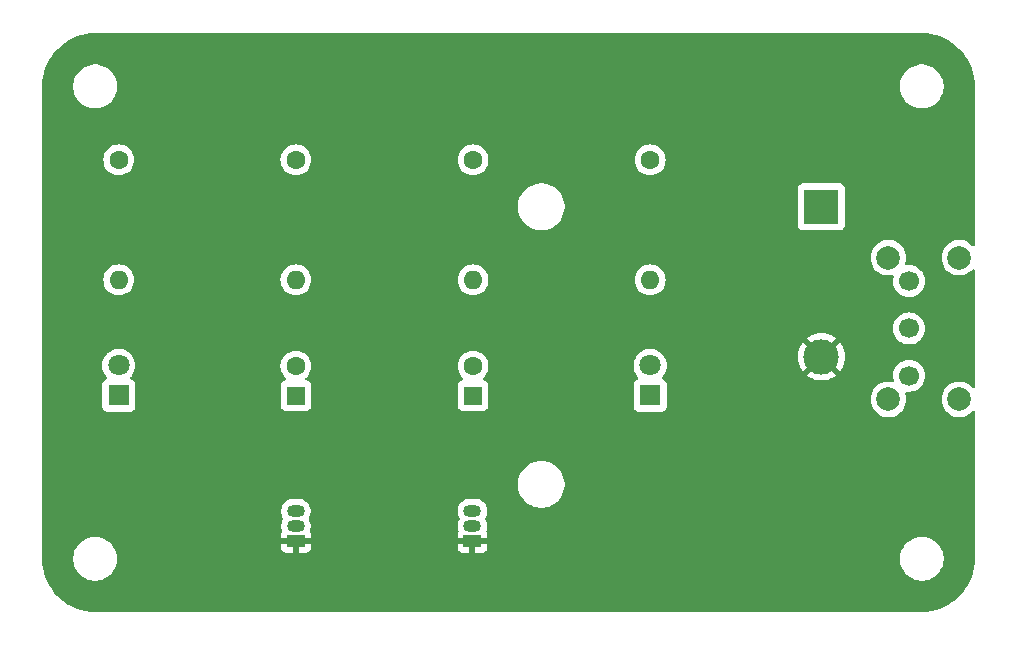
<source format=gbl>
%TF.GenerationSoftware,KiCad,Pcbnew,8.0.0*%
%TF.CreationDate,2024-07-24T00:08:36-04:00*%
%TF.ProjectId,led_blinky,6c65645f-626c-4696-9e6b-792e6b696361,rev?*%
%TF.SameCoordinates,Original*%
%TF.FileFunction,Copper,L2,Bot*%
%TF.FilePolarity,Positive*%
%FSLAX46Y46*%
G04 Gerber Fmt 4.6, Leading zero omitted, Abs format (unit mm)*
G04 Created by KiCad (PCBNEW 8.0.0) date 2024-07-24 00:08:36*
%MOMM*%
%LPD*%
G01*
G04 APERTURE LIST*
%TA.AperFunction,ComponentPad*%
%ADD10C,1.700000*%
%TD*%
%TA.AperFunction,ComponentPad*%
%ADD11C,2.000000*%
%TD*%
%TA.AperFunction,ComponentPad*%
%ADD12R,1.500000X1.050000*%
%TD*%
%TA.AperFunction,ComponentPad*%
%ADD13O,1.500000X1.050000*%
%TD*%
%TA.AperFunction,ComponentPad*%
%ADD14C,1.800000*%
%TD*%
%TA.AperFunction,ComponentPad*%
%ADD15R,1.800000X1.800000*%
%TD*%
%TA.AperFunction,ComponentPad*%
%ADD16R,1.600000X1.600000*%
%TD*%
%TA.AperFunction,ComponentPad*%
%ADD17C,1.600000*%
%TD*%
%TA.AperFunction,ComponentPad*%
%ADD18O,1.600000X1.600000*%
%TD*%
%TA.AperFunction,ComponentPad*%
%ADD19C,3.000000*%
%TD*%
%TA.AperFunction,ComponentPad*%
%ADD20R,3.000000X3.000000*%
%TD*%
G04 APERTURE END LIST*
D10*
%TO.P,SW1,3,C*%
%TO.N,unconnected-(SW1-C-Pad3)*%
X223925000Y-71500000D03*
%TO.P,SW1,2,B*%
%TO.N,VCC*%
X223925000Y-75500000D03*
%TO.P,SW1,1,A*%
%TO.N,Net-(BT1-+)*%
X223925000Y-79500000D03*
D11*
%TO.P,SW1,*%
%TO.N,*%
X228175000Y-69500000D03*
X222175000Y-69500000D03*
X228175000Y-81500000D03*
X222175000Y-81500000D03*
%TD*%
D12*
%TO.P,Q1,1,E*%
%TO.N,GND*%
X186950000Y-93500000D03*
D13*
%TO.P,Q1,2,B*%
%TO.N,Net-(Q1-B)*%
X186950000Y-92230000D03*
%TO.P,Q1,3,C*%
%TO.N,Net-(D1-K)*%
X186950000Y-90960000D03*
%TD*%
D12*
%TO.P,Q2,1,E*%
%TO.N,GND*%
X172000000Y-93500000D03*
D13*
%TO.P,Q2,2,B*%
%TO.N,Net-(Q2-B)*%
X172000000Y-92230000D03*
%TO.P,Q2,3,C*%
%TO.N,Net-(D2-K)*%
X172000000Y-90960000D03*
%TD*%
D14*
%TO.P,D1,2,A*%
%TO.N,Net-(D1-A)*%
X202000000Y-78635000D03*
D15*
%TO.P,D1,1,K*%
%TO.N,Net-(D1-K)*%
X202000000Y-81175000D03*
%TD*%
D16*
%TO.P,C2,1*%
%TO.N,Net-(D2-K)*%
X172000000Y-81182380D03*
D17*
%TO.P,C2,2*%
%TO.N,Net-(Q1-B)*%
X172000000Y-78682380D03*
%TD*%
D18*
%TO.P,R2,2*%
%TO.N,Net-(Q2-B)*%
X187000000Y-71380000D03*
D17*
%TO.P,R2,1*%
%TO.N,VCC*%
X187000000Y-61220000D03*
%TD*%
D15*
%TO.P,D2,1,K*%
%TO.N,Net-(D2-K)*%
X157000000Y-81175000D03*
D14*
%TO.P,D2,2,A*%
%TO.N,Net-(D2-A)*%
X157000000Y-78635000D03*
%TD*%
D18*
%TO.P,R1,2*%
%TO.N,Net-(D1-A)*%
X202000000Y-71380000D03*
D17*
%TO.P,R1,1*%
%TO.N,VCC*%
X202000000Y-61220000D03*
%TD*%
D18*
%TO.P,R4,2*%
%TO.N,Net-(D2-A)*%
X157000000Y-71380000D03*
D17*
%TO.P,R4,1*%
%TO.N,VCC*%
X157000000Y-61220000D03*
%TD*%
D16*
%TO.P,C1,1*%
%TO.N,Net-(D1-K)*%
X187000000Y-81182379D03*
D17*
%TO.P,C1,2*%
%TO.N,Net-(Q2-B)*%
X187000000Y-78682379D03*
%TD*%
%TO.P,R3,1*%
%TO.N,VCC*%
X172000000Y-61220000D03*
D18*
%TO.P,R3,2*%
%TO.N,Net-(Q1-B)*%
X172000000Y-71380000D03*
%TD*%
D19*
%TO.P,BT1,2,-*%
%TO.N,GND*%
X216500000Y-77900000D03*
D20*
%TO.P,BT1,1,+*%
%TO.N,Net-(BT1-+)*%
X216500000Y-65200000D03*
%TD*%
%TA.AperFunction,Conductor*%
%TO.N,GND*%
G36*
X225002702Y-50500617D02*
G01*
X225386771Y-50517386D01*
X225397506Y-50518326D01*
X225775971Y-50568152D01*
X225786597Y-50570025D01*
X226159284Y-50652648D01*
X226169710Y-50655442D01*
X226533765Y-50770227D01*
X226543911Y-50773920D01*
X226896578Y-50920000D01*
X226906369Y-50924566D01*
X227244942Y-51100816D01*
X227254310Y-51106224D01*
X227576244Y-51311318D01*
X227585105Y-51317523D01*
X227887930Y-51549889D01*
X227896217Y-51556843D01*
X228177635Y-51814715D01*
X228185284Y-51822364D01*
X228443156Y-52103782D01*
X228450110Y-52112069D01*
X228682476Y-52414894D01*
X228688681Y-52423755D01*
X228893775Y-52745689D01*
X228899183Y-52755057D01*
X229075430Y-53093623D01*
X229080002Y-53103427D01*
X229226075Y-53456078D01*
X229229775Y-53466244D01*
X229344554Y-53830278D01*
X229347354Y-53840727D01*
X229429971Y-54213389D01*
X229431849Y-54224042D01*
X229481671Y-54602473D01*
X229482614Y-54613249D01*
X229499382Y-54997297D01*
X229499500Y-55002706D01*
X229499500Y-68405530D01*
X229479815Y-68472569D01*
X229427011Y-68518324D01*
X229357853Y-68528268D01*
X229294297Y-68499243D01*
X229284271Y-68489513D01*
X229194747Y-68392265D01*
X229194744Y-68392262D01*
X228998506Y-68239524D01*
X228779811Y-68121172D01*
X228779802Y-68121169D01*
X228544616Y-68040429D01*
X228299335Y-67999500D01*
X228050665Y-67999500D01*
X227805383Y-68040429D01*
X227570197Y-68121169D01*
X227570188Y-68121172D01*
X227351493Y-68239524D01*
X227155257Y-68392261D01*
X226986833Y-68575217D01*
X226850826Y-68783393D01*
X226750936Y-69011118D01*
X226689892Y-69252175D01*
X226689890Y-69252187D01*
X226669357Y-69499994D01*
X226669357Y-69500005D01*
X226689890Y-69747812D01*
X226689892Y-69747824D01*
X226750936Y-69988881D01*
X226850826Y-70216606D01*
X226986833Y-70424782D01*
X226986836Y-70424785D01*
X227155256Y-70607738D01*
X227351491Y-70760474D01*
X227570190Y-70878828D01*
X227805386Y-70959571D01*
X228050665Y-71000500D01*
X228299335Y-71000500D01*
X228544614Y-70959571D01*
X228779810Y-70878828D01*
X228998509Y-70760474D01*
X229194744Y-70607738D01*
X229284271Y-70510485D01*
X229344157Y-70474496D01*
X229413995Y-70476596D01*
X229471611Y-70516120D01*
X229498713Y-70580519D01*
X229499500Y-70594469D01*
X229499500Y-80405530D01*
X229479815Y-80472569D01*
X229427011Y-80518324D01*
X229357853Y-80528268D01*
X229294297Y-80499243D01*
X229284271Y-80489513D01*
X229194747Y-80392265D01*
X229194744Y-80392262D01*
X229120525Y-80334495D01*
X228998509Y-80239526D01*
X228998507Y-80239525D01*
X228998506Y-80239524D01*
X228779811Y-80121172D01*
X228779802Y-80121169D01*
X228544616Y-80040429D01*
X228299335Y-79999500D01*
X228050665Y-79999500D01*
X227805383Y-80040429D01*
X227570197Y-80121169D01*
X227570188Y-80121172D01*
X227351493Y-80239524D01*
X227155257Y-80392261D01*
X226986833Y-80575217D01*
X226850826Y-80783393D01*
X226750936Y-81011118D01*
X226689892Y-81252175D01*
X226689890Y-81252187D01*
X226669357Y-81499994D01*
X226669357Y-81500005D01*
X226689890Y-81747812D01*
X226689892Y-81747824D01*
X226750936Y-81988881D01*
X226850826Y-82216606D01*
X226986833Y-82424782D01*
X226993980Y-82432546D01*
X227155256Y-82607738D01*
X227351491Y-82760474D01*
X227570190Y-82878828D01*
X227805386Y-82959571D01*
X228050665Y-83000500D01*
X228299335Y-83000500D01*
X228544614Y-82959571D01*
X228779810Y-82878828D01*
X228998509Y-82760474D01*
X229194744Y-82607738D01*
X229284271Y-82510485D01*
X229344157Y-82474496D01*
X229413995Y-82476596D01*
X229471611Y-82516120D01*
X229498713Y-82580519D01*
X229499500Y-82594469D01*
X229499500Y-94997293D01*
X229499382Y-95002702D01*
X229482614Y-95386750D01*
X229481671Y-95397526D01*
X229431849Y-95775957D01*
X229429971Y-95786610D01*
X229347354Y-96159272D01*
X229344554Y-96169721D01*
X229229775Y-96533755D01*
X229226075Y-96543921D01*
X229080002Y-96896572D01*
X229075430Y-96906376D01*
X228899183Y-97244942D01*
X228893775Y-97254310D01*
X228688681Y-97576244D01*
X228682476Y-97585105D01*
X228450110Y-97887930D01*
X228443156Y-97896217D01*
X228185284Y-98177635D01*
X228177635Y-98185284D01*
X227896217Y-98443156D01*
X227887930Y-98450110D01*
X227585105Y-98682476D01*
X227576244Y-98688681D01*
X227254310Y-98893775D01*
X227244942Y-98899183D01*
X226906376Y-99075430D01*
X226896572Y-99080002D01*
X226543921Y-99226075D01*
X226533755Y-99229775D01*
X226169721Y-99344554D01*
X226159272Y-99347354D01*
X225786610Y-99429971D01*
X225775957Y-99431849D01*
X225397526Y-99481671D01*
X225386750Y-99482614D01*
X225002703Y-99499382D01*
X224997294Y-99499500D01*
X155002706Y-99499500D01*
X154997297Y-99499382D01*
X154613249Y-99482614D01*
X154602473Y-99481671D01*
X154224042Y-99431849D01*
X154213389Y-99429971D01*
X153840727Y-99347354D01*
X153830278Y-99344554D01*
X153466244Y-99229775D01*
X153456078Y-99226075D01*
X153103427Y-99080002D01*
X153093623Y-99075430D01*
X152755057Y-98899183D01*
X152745689Y-98893775D01*
X152423755Y-98688681D01*
X152414894Y-98682476D01*
X152112069Y-98450110D01*
X152103782Y-98443156D01*
X151822364Y-98185284D01*
X151814715Y-98177635D01*
X151556843Y-97896217D01*
X151549889Y-97887930D01*
X151317523Y-97585105D01*
X151311318Y-97576244D01*
X151106224Y-97254310D01*
X151100816Y-97244942D01*
X150924569Y-96906376D01*
X150919997Y-96896572D01*
X150773920Y-96543911D01*
X150770224Y-96533755D01*
X150655442Y-96169710D01*
X150652648Y-96159284D01*
X150570025Y-95786597D01*
X150568152Y-95775971D01*
X150518326Y-95397506D01*
X150517386Y-95386771D01*
X150505795Y-95121288D01*
X153149500Y-95121288D01*
X153181161Y-95361785D01*
X153243947Y-95596104D01*
X153336773Y-95820205D01*
X153336776Y-95820212D01*
X153458064Y-96030289D01*
X153458066Y-96030292D01*
X153458067Y-96030293D01*
X153605733Y-96222736D01*
X153605739Y-96222743D01*
X153777256Y-96394260D01*
X153777262Y-96394265D01*
X153969711Y-96541936D01*
X154179788Y-96663224D01*
X154403900Y-96756054D01*
X154638211Y-96818838D01*
X154818586Y-96842584D01*
X154878711Y-96850500D01*
X154878712Y-96850500D01*
X155121289Y-96850500D01*
X155169388Y-96844167D01*
X155361789Y-96818838D01*
X155596100Y-96756054D01*
X155820212Y-96663224D01*
X156030289Y-96541936D01*
X156222738Y-96394265D01*
X156394265Y-96222738D01*
X156541936Y-96030289D01*
X156663224Y-95820212D01*
X156756054Y-95596100D01*
X156818838Y-95361789D01*
X156850500Y-95121288D01*
X223149500Y-95121288D01*
X223181161Y-95361785D01*
X223243947Y-95596104D01*
X223336773Y-95820205D01*
X223336776Y-95820212D01*
X223458064Y-96030289D01*
X223458066Y-96030292D01*
X223458067Y-96030293D01*
X223605733Y-96222736D01*
X223605739Y-96222743D01*
X223777256Y-96394260D01*
X223777262Y-96394265D01*
X223969711Y-96541936D01*
X224179788Y-96663224D01*
X224403900Y-96756054D01*
X224638211Y-96818838D01*
X224818586Y-96842584D01*
X224878711Y-96850500D01*
X224878712Y-96850500D01*
X225121289Y-96850500D01*
X225169388Y-96844167D01*
X225361789Y-96818838D01*
X225596100Y-96756054D01*
X225820212Y-96663224D01*
X226030289Y-96541936D01*
X226222738Y-96394265D01*
X226394265Y-96222738D01*
X226541936Y-96030289D01*
X226663224Y-95820212D01*
X226756054Y-95596100D01*
X226818838Y-95361789D01*
X226850500Y-95121288D01*
X226850500Y-94878712D01*
X226818838Y-94638211D01*
X226756054Y-94403900D01*
X226663224Y-94179788D01*
X226541936Y-93969711D01*
X226394265Y-93777262D01*
X226394260Y-93777256D01*
X226222743Y-93605739D01*
X226222736Y-93605733D01*
X226030293Y-93458067D01*
X226030292Y-93458066D01*
X226030289Y-93458064D01*
X225820212Y-93336776D01*
X225820205Y-93336773D01*
X225596104Y-93243947D01*
X225361785Y-93181161D01*
X225121289Y-93149500D01*
X225121288Y-93149500D01*
X224878712Y-93149500D01*
X224878711Y-93149500D01*
X224638214Y-93181161D01*
X224403895Y-93243947D01*
X224179794Y-93336773D01*
X224179785Y-93336777D01*
X223969706Y-93458067D01*
X223777263Y-93605733D01*
X223777256Y-93605739D01*
X223605739Y-93777256D01*
X223605733Y-93777263D01*
X223458067Y-93969706D01*
X223336777Y-94179785D01*
X223336773Y-94179794D01*
X223243947Y-94403895D01*
X223181161Y-94638214D01*
X223149500Y-94878711D01*
X223149500Y-95121288D01*
X156850500Y-95121288D01*
X156850500Y-94878712D01*
X156818838Y-94638211D01*
X156756054Y-94403900D01*
X156663224Y-94179788D01*
X156541936Y-93969711D01*
X156394265Y-93777262D01*
X156394260Y-93777256D01*
X156222743Y-93605739D01*
X156222736Y-93605733D01*
X156030293Y-93458067D01*
X156030292Y-93458066D01*
X156030289Y-93458064D01*
X155820212Y-93336776D01*
X155820205Y-93336773D01*
X155596104Y-93243947D01*
X155361785Y-93181161D01*
X155121289Y-93149500D01*
X155121288Y-93149500D01*
X154878712Y-93149500D01*
X154878711Y-93149500D01*
X154638214Y-93181161D01*
X154403895Y-93243947D01*
X154179794Y-93336773D01*
X154179785Y-93336777D01*
X153969706Y-93458067D01*
X153777263Y-93605733D01*
X153777256Y-93605739D01*
X153605739Y-93777256D01*
X153605733Y-93777263D01*
X153458067Y-93969706D01*
X153336777Y-94179785D01*
X153336773Y-94179794D01*
X153243947Y-94403895D01*
X153181161Y-94638214D01*
X153149500Y-94878711D01*
X153149500Y-95121288D01*
X150505795Y-95121288D01*
X150500618Y-95002702D01*
X150500500Y-94997293D01*
X150500500Y-92331007D01*
X170749500Y-92331007D01*
X170788907Y-92529119D01*
X170788910Y-92529131D01*
X170822547Y-92610338D01*
X170830016Y-92679807D01*
X170810405Y-92724864D01*
X170810895Y-92725132D01*
X170807910Y-92730596D01*
X170807260Y-92732092D01*
X170806646Y-92732911D01*
X170806645Y-92732913D01*
X170756403Y-92867620D01*
X170756401Y-92867627D01*
X170750000Y-92927155D01*
X170750000Y-93250000D01*
X171634134Y-93250000D01*
X171658326Y-93252383D01*
X171661123Y-93252939D01*
X171673995Y-93255499D01*
X171673996Y-93255500D01*
X171673997Y-93255500D01*
X171714170Y-93255500D01*
X171699925Y-93269745D01*
X171650556Y-93355255D01*
X171625000Y-93450630D01*
X171625000Y-93549370D01*
X171650556Y-93644745D01*
X171699925Y-93730255D01*
X171719670Y-93750000D01*
X170750000Y-93750000D01*
X170750000Y-94072844D01*
X170756401Y-94132372D01*
X170756403Y-94132379D01*
X170806645Y-94267086D01*
X170806649Y-94267093D01*
X170892809Y-94382187D01*
X170892812Y-94382190D01*
X171007906Y-94468350D01*
X171007913Y-94468354D01*
X171142620Y-94518596D01*
X171142627Y-94518598D01*
X171202155Y-94524999D01*
X171202172Y-94525000D01*
X171750000Y-94525000D01*
X171750000Y-93780330D01*
X171769745Y-93800075D01*
X171855255Y-93849444D01*
X171950630Y-93875000D01*
X172049370Y-93875000D01*
X172144745Y-93849444D01*
X172230255Y-93800075D01*
X172250000Y-93780330D01*
X172250000Y-94525000D01*
X172797828Y-94525000D01*
X172797844Y-94524999D01*
X172857372Y-94518598D01*
X172857379Y-94518596D01*
X172992086Y-94468354D01*
X172992093Y-94468350D01*
X173107187Y-94382190D01*
X173107190Y-94382187D01*
X173193350Y-94267093D01*
X173193354Y-94267086D01*
X173243596Y-94132379D01*
X173243598Y-94132372D01*
X173249999Y-94072844D01*
X173250000Y-94072827D01*
X173250000Y-93750000D01*
X172280330Y-93750000D01*
X172300075Y-93730255D01*
X172349444Y-93644745D01*
X172375000Y-93549370D01*
X172375000Y-93450630D01*
X172349444Y-93355255D01*
X172300075Y-93269745D01*
X172285830Y-93255500D01*
X172326004Y-93255500D01*
X172326004Y-93255499D01*
X172339473Y-93252820D01*
X172341674Y-93252383D01*
X172365866Y-93250000D01*
X173250000Y-93250000D01*
X173250000Y-92927172D01*
X173249999Y-92927155D01*
X173243598Y-92867627D01*
X173243596Y-92867620D01*
X173193354Y-92732913D01*
X173193353Y-92732911D01*
X173192745Y-92732099D01*
X173192390Y-92731148D01*
X173189103Y-92725128D01*
X173189968Y-92724655D01*
X173168329Y-92666634D01*
X173177452Y-92610338D01*
X173211091Y-92529127D01*
X173250499Y-92331007D01*
X185699500Y-92331007D01*
X185738907Y-92529119D01*
X185738910Y-92529131D01*
X185772547Y-92610338D01*
X185780016Y-92679807D01*
X185760405Y-92724864D01*
X185760895Y-92725132D01*
X185757910Y-92730596D01*
X185757260Y-92732092D01*
X185756646Y-92732911D01*
X185756645Y-92732913D01*
X185706403Y-92867620D01*
X185706401Y-92867627D01*
X185700000Y-92927155D01*
X185700000Y-93250000D01*
X186584134Y-93250000D01*
X186608326Y-93252383D01*
X186611123Y-93252939D01*
X186623995Y-93255499D01*
X186623996Y-93255500D01*
X186623997Y-93255500D01*
X186664170Y-93255500D01*
X186649925Y-93269745D01*
X186600556Y-93355255D01*
X186575000Y-93450630D01*
X186575000Y-93549370D01*
X186600556Y-93644745D01*
X186649925Y-93730255D01*
X186669670Y-93750000D01*
X185700000Y-93750000D01*
X185700000Y-94072844D01*
X185706401Y-94132372D01*
X185706403Y-94132379D01*
X185756645Y-94267086D01*
X185756649Y-94267093D01*
X185842809Y-94382187D01*
X185842812Y-94382190D01*
X185957906Y-94468350D01*
X185957913Y-94468354D01*
X186092620Y-94518596D01*
X186092627Y-94518598D01*
X186152155Y-94524999D01*
X186152172Y-94525000D01*
X186700000Y-94525000D01*
X186700000Y-93780330D01*
X186719745Y-93800075D01*
X186805255Y-93849444D01*
X186900630Y-93875000D01*
X186999370Y-93875000D01*
X187094745Y-93849444D01*
X187180255Y-93800075D01*
X187200000Y-93780330D01*
X187200000Y-94525000D01*
X187747828Y-94525000D01*
X187747844Y-94524999D01*
X187807372Y-94518598D01*
X187807379Y-94518596D01*
X187942086Y-94468354D01*
X187942093Y-94468350D01*
X188057187Y-94382190D01*
X188057190Y-94382187D01*
X188143350Y-94267093D01*
X188143354Y-94267086D01*
X188193596Y-94132379D01*
X188193598Y-94132372D01*
X188199999Y-94072844D01*
X188200000Y-94072827D01*
X188200000Y-93750000D01*
X187230330Y-93750000D01*
X187250075Y-93730255D01*
X187299444Y-93644745D01*
X187325000Y-93549370D01*
X187325000Y-93450630D01*
X187299444Y-93355255D01*
X187250075Y-93269745D01*
X187235830Y-93255500D01*
X187276004Y-93255500D01*
X187276004Y-93255499D01*
X187289473Y-93252820D01*
X187291674Y-93252383D01*
X187315866Y-93250000D01*
X188200000Y-93250000D01*
X188200000Y-92927172D01*
X188199999Y-92927155D01*
X188193598Y-92867627D01*
X188193596Y-92867620D01*
X188143354Y-92732913D01*
X188143353Y-92732911D01*
X188142745Y-92732099D01*
X188142390Y-92731148D01*
X188139103Y-92725128D01*
X188139968Y-92724655D01*
X188118329Y-92666634D01*
X188127452Y-92610338D01*
X188161091Y-92529127D01*
X188200500Y-92331003D01*
X188200500Y-92128997D01*
X188161091Y-91930873D01*
X188083786Y-91744244D01*
X188030094Y-91663889D01*
X188009217Y-91597214D01*
X188027701Y-91529834D01*
X188030078Y-91526134D01*
X188083786Y-91445756D01*
X188161091Y-91259127D01*
X188200500Y-91061003D01*
X188200500Y-90858997D01*
X188161091Y-90660873D01*
X188083786Y-90474244D01*
X188083784Y-90474241D01*
X188083782Y-90474237D01*
X187971558Y-90306281D01*
X187828718Y-90163441D01*
X187660762Y-90051217D01*
X187660752Y-90051212D01*
X187474127Y-89973909D01*
X187474119Y-89973907D01*
X187276007Y-89934500D01*
X187276003Y-89934500D01*
X186623997Y-89934500D01*
X186623992Y-89934500D01*
X186425880Y-89973907D01*
X186425872Y-89973909D01*
X186239247Y-90051212D01*
X186239237Y-90051217D01*
X186071281Y-90163441D01*
X185928441Y-90306281D01*
X185816217Y-90474237D01*
X185816212Y-90474247D01*
X185738909Y-90660872D01*
X185738907Y-90660880D01*
X185699500Y-90858992D01*
X185699500Y-91061007D01*
X185738907Y-91259119D01*
X185738909Y-91259127D01*
X185816213Y-91445755D01*
X185869904Y-91526109D01*
X185890782Y-91592787D01*
X185872297Y-91660167D01*
X185869904Y-91663891D01*
X185816213Y-91744244D01*
X185738909Y-91930872D01*
X185738907Y-91930880D01*
X185699500Y-92128992D01*
X185699500Y-92331007D01*
X173250499Y-92331007D01*
X173250500Y-92331003D01*
X173250500Y-92128997D01*
X173211091Y-91930873D01*
X173133786Y-91744244D01*
X173080094Y-91663889D01*
X173059217Y-91597214D01*
X173077701Y-91529834D01*
X173080078Y-91526134D01*
X173133786Y-91445756D01*
X173211091Y-91259127D01*
X173250500Y-91061003D01*
X173250500Y-90858997D01*
X173211091Y-90660873D01*
X173133786Y-90474244D01*
X173133784Y-90474241D01*
X173133782Y-90474237D01*
X173021558Y-90306281D01*
X172878718Y-90163441D01*
X172710762Y-90051217D01*
X172710752Y-90051212D01*
X172524127Y-89973909D01*
X172524119Y-89973907D01*
X172326007Y-89934500D01*
X172326003Y-89934500D01*
X171673997Y-89934500D01*
X171673992Y-89934500D01*
X171475880Y-89973907D01*
X171475872Y-89973909D01*
X171289247Y-90051212D01*
X171289237Y-90051217D01*
X171121281Y-90163441D01*
X170978441Y-90306281D01*
X170866217Y-90474237D01*
X170866212Y-90474247D01*
X170788909Y-90660872D01*
X170788907Y-90660880D01*
X170749500Y-90858992D01*
X170749500Y-91061007D01*
X170788907Y-91259119D01*
X170788909Y-91259127D01*
X170866213Y-91445755D01*
X170919904Y-91526109D01*
X170940782Y-91592787D01*
X170922297Y-91660167D01*
X170919904Y-91663891D01*
X170866213Y-91744244D01*
X170788909Y-91930872D01*
X170788907Y-91930880D01*
X170749500Y-92128992D01*
X170749500Y-92331007D01*
X150500500Y-92331007D01*
X150500500Y-88829474D01*
X190804500Y-88829474D01*
X190804501Y-88829491D01*
X190838299Y-89086217D01*
X190838300Y-89086222D01*
X190838301Y-89086228D01*
X190838302Y-89086230D01*
X190905324Y-89336364D01*
X191004423Y-89575609D01*
X191004427Y-89575619D01*
X191133906Y-89799883D01*
X191291551Y-90005331D01*
X191291557Y-90005338D01*
X191474661Y-90188442D01*
X191474668Y-90188448D01*
X191680116Y-90346093D01*
X191904380Y-90475572D01*
X191904381Y-90475572D01*
X191904384Y-90475574D01*
X192143634Y-90574675D01*
X192393772Y-90641699D01*
X192650519Y-90675500D01*
X192650526Y-90675500D01*
X192909474Y-90675500D01*
X192909481Y-90675500D01*
X193166228Y-90641699D01*
X193416366Y-90574675D01*
X193655616Y-90475574D01*
X193879884Y-90346093D01*
X194085333Y-90188447D01*
X194268447Y-90005333D01*
X194426093Y-89799884D01*
X194555574Y-89575616D01*
X194654675Y-89336366D01*
X194721699Y-89086228D01*
X194755500Y-88829481D01*
X194755500Y-88570519D01*
X194721699Y-88313772D01*
X194654675Y-88063634D01*
X194555574Y-87824384D01*
X194426093Y-87600116D01*
X194268447Y-87394667D01*
X194268442Y-87394661D01*
X194085338Y-87211557D01*
X194085331Y-87211551D01*
X193879883Y-87053906D01*
X193655619Y-86924427D01*
X193655609Y-86924423D01*
X193416364Y-86825324D01*
X193291297Y-86791813D01*
X193166228Y-86758301D01*
X193166222Y-86758300D01*
X193166217Y-86758299D01*
X192909491Y-86724501D01*
X192909486Y-86724500D01*
X192909481Y-86724500D01*
X192650519Y-86724500D01*
X192650513Y-86724500D01*
X192650508Y-86724501D01*
X192393782Y-86758299D01*
X192393775Y-86758300D01*
X192393772Y-86758301D01*
X192340908Y-86772465D01*
X192143635Y-86825324D01*
X191904390Y-86924423D01*
X191904380Y-86924427D01*
X191680116Y-87053906D01*
X191474668Y-87211551D01*
X191474661Y-87211557D01*
X191291557Y-87394661D01*
X191291551Y-87394668D01*
X191133906Y-87600116D01*
X191004427Y-87824380D01*
X191004423Y-87824390D01*
X190905324Y-88063635D01*
X190838302Y-88313769D01*
X190838299Y-88313782D01*
X190804501Y-88570508D01*
X190804500Y-88570525D01*
X190804500Y-88829474D01*
X150500500Y-88829474D01*
X150500500Y-78635006D01*
X155594700Y-78635006D01*
X155613864Y-78866297D01*
X155613866Y-78866308D01*
X155670842Y-79091300D01*
X155764075Y-79303848D01*
X155891016Y-79498147D01*
X155891019Y-79498151D01*
X155891021Y-79498153D01*
X155985803Y-79601114D01*
X156016724Y-79663767D01*
X156008864Y-79733193D01*
X155964716Y-79787348D01*
X155937906Y-79801277D01*
X155857669Y-79831203D01*
X155857664Y-79831206D01*
X155742455Y-79917452D01*
X155742452Y-79917455D01*
X155656206Y-80032664D01*
X155656202Y-80032671D01*
X155605908Y-80167517D01*
X155599501Y-80227116D01*
X155599501Y-80227123D01*
X155599500Y-80227135D01*
X155599500Y-82122870D01*
X155599501Y-82122876D01*
X155605908Y-82182483D01*
X155656202Y-82317328D01*
X155656206Y-82317335D01*
X155742452Y-82432544D01*
X155742455Y-82432547D01*
X155857664Y-82518793D01*
X155857671Y-82518797D01*
X155992517Y-82569091D01*
X155992516Y-82569091D01*
X155999444Y-82569835D01*
X156052127Y-82575500D01*
X157947872Y-82575499D01*
X158007483Y-82569091D01*
X158142331Y-82518796D01*
X158257546Y-82432546D01*
X158343796Y-82317331D01*
X158394091Y-82182483D01*
X158400500Y-82122873D01*
X158400499Y-80227128D01*
X158394091Y-80167517D01*
X158383846Y-80140050D01*
X158343797Y-80032671D01*
X158343793Y-80032664D01*
X158257547Y-79917455D01*
X158257544Y-79917452D01*
X158142335Y-79831206D01*
X158142328Y-79831202D01*
X158062094Y-79801277D01*
X158006160Y-79759406D01*
X157981743Y-79693941D01*
X157996595Y-79625668D01*
X158014190Y-79601121D01*
X158108979Y-79498153D01*
X158235924Y-79303849D01*
X158329157Y-79091300D01*
X158386134Y-78866305D01*
X158389791Y-78822169D01*
X158401374Y-78682381D01*
X170694532Y-78682381D01*
X170714364Y-78909066D01*
X170714366Y-78909077D01*
X170773258Y-79128868D01*
X170773261Y-79128877D01*
X170869431Y-79335112D01*
X170869432Y-79335114D01*
X170999954Y-79521521D01*
X171157086Y-79678653D01*
X171190571Y-79739976D01*
X171185587Y-79809668D01*
X171143715Y-79865601D01*
X171097932Y-79887008D01*
X171092522Y-79888286D01*
X170957671Y-79938582D01*
X170957664Y-79938586D01*
X170842455Y-80024832D01*
X170842452Y-80024835D01*
X170756206Y-80140044D01*
X170756202Y-80140051D01*
X170705908Y-80274897D01*
X170699501Y-80334495D01*
X170699501Y-80334503D01*
X170699500Y-80334515D01*
X170699500Y-82030250D01*
X170699501Y-82030256D01*
X170705908Y-82089863D01*
X170756202Y-82224708D01*
X170756206Y-82224715D01*
X170842452Y-82339924D01*
X170842455Y-82339927D01*
X170957664Y-82426173D01*
X170957671Y-82426177D01*
X171092517Y-82476471D01*
X171092516Y-82476471D01*
X171099444Y-82477215D01*
X171152127Y-82482880D01*
X172847872Y-82482879D01*
X172907483Y-82476471D01*
X173042331Y-82426176D01*
X173157546Y-82339926D01*
X173243796Y-82224711D01*
X173294091Y-82089863D01*
X173300500Y-82030253D01*
X173300499Y-80334508D01*
X173294091Y-80274897D01*
X173294090Y-80274895D01*
X173243797Y-80140051D01*
X173243793Y-80140044D01*
X173157547Y-80024835D01*
X173157544Y-80024832D01*
X173042335Y-79938586D01*
X173042328Y-79938582D01*
X172907483Y-79888288D01*
X172902079Y-79887012D01*
X172841363Y-79852440D01*
X172808976Y-79790529D01*
X172815202Y-79720938D01*
X172842910Y-79678655D01*
X173000047Y-79521519D01*
X173130568Y-79335114D01*
X173226739Y-79128876D01*
X173285635Y-78909072D01*
X173305468Y-78682380D01*
X185694532Y-78682380D01*
X185714364Y-78909065D01*
X185714366Y-78909076D01*
X185773258Y-79128867D01*
X185773261Y-79128876D01*
X185869431Y-79335111D01*
X185869432Y-79335113D01*
X185999954Y-79521520D01*
X186157086Y-79678652D01*
X186190571Y-79739975D01*
X186185587Y-79809667D01*
X186143715Y-79865600D01*
X186097932Y-79887007D01*
X186092522Y-79888285D01*
X185957671Y-79938581D01*
X185957664Y-79938585D01*
X185842455Y-80024831D01*
X185842452Y-80024834D01*
X185756206Y-80140043D01*
X185756202Y-80140050D01*
X185705908Y-80274896D01*
X185699501Y-80334495D01*
X185699501Y-80334503D01*
X185699500Y-80334514D01*
X185699500Y-82030249D01*
X185699501Y-82030255D01*
X185705908Y-82089862D01*
X185756202Y-82224707D01*
X185756206Y-82224714D01*
X185842452Y-82339923D01*
X185842455Y-82339926D01*
X185957664Y-82426172D01*
X185957671Y-82426176D01*
X186092517Y-82476470D01*
X186092516Y-82476470D01*
X186099444Y-82477214D01*
X186152127Y-82482879D01*
X187847872Y-82482878D01*
X187907483Y-82476470D01*
X188042331Y-82426175D01*
X188157546Y-82339925D01*
X188243796Y-82224710D01*
X188294091Y-82089862D01*
X188300500Y-82030252D01*
X188300499Y-80334507D01*
X188294091Y-80274896D01*
X188276277Y-80227135D01*
X188243797Y-80140050D01*
X188243793Y-80140043D01*
X188157547Y-80024834D01*
X188157544Y-80024831D01*
X188042335Y-79938585D01*
X188042328Y-79938581D01*
X187907483Y-79888287D01*
X187902079Y-79887011D01*
X187841363Y-79852439D01*
X187808976Y-79790528D01*
X187815202Y-79720937D01*
X187842910Y-79678654D01*
X188000047Y-79521518D01*
X188130568Y-79335113D01*
X188226739Y-79128875D01*
X188285635Y-78909071D01*
X188305468Y-78682379D01*
X188301323Y-78635006D01*
X200594700Y-78635006D01*
X200613864Y-78866297D01*
X200613866Y-78866308D01*
X200670842Y-79091300D01*
X200764075Y-79303848D01*
X200891016Y-79498147D01*
X200891019Y-79498151D01*
X200891021Y-79498153D01*
X200985803Y-79601114D01*
X201016724Y-79663767D01*
X201008864Y-79733193D01*
X200964716Y-79787348D01*
X200937906Y-79801277D01*
X200857669Y-79831203D01*
X200857664Y-79831206D01*
X200742455Y-79917452D01*
X200742452Y-79917455D01*
X200656206Y-80032664D01*
X200656202Y-80032671D01*
X200605908Y-80167517D01*
X200599501Y-80227116D01*
X200599501Y-80227123D01*
X200599500Y-80227135D01*
X200599500Y-82122870D01*
X200599501Y-82122876D01*
X200605908Y-82182483D01*
X200656202Y-82317328D01*
X200656206Y-82317335D01*
X200742452Y-82432544D01*
X200742455Y-82432547D01*
X200857664Y-82518793D01*
X200857671Y-82518797D01*
X200992517Y-82569091D01*
X200992516Y-82569091D01*
X200999444Y-82569835D01*
X201052127Y-82575500D01*
X202947872Y-82575499D01*
X203007483Y-82569091D01*
X203142331Y-82518796D01*
X203257546Y-82432546D01*
X203343796Y-82317331D01*
X203394091Y-82182483D01*
X203400500Y-82122873D01*
X203400500Y-81500005D01*
X220669357Y-81500005D01*
X220689890Y-81747812D01*
X220689892Y-81747824D01*
X220750936Y-81988881D01*
X220850826Y-82216606D01*
X220986833Y-82424782D01*
X220993980Y-82432546D01*
X221155256Y-82607738D01*
X221351491Y-82760474D01*
X221570190Y-82878828D01*
X221805386Y-82959571D01*
X222050665Y-83000500D01*
X222299335Y-83000500D01*
X222544614Y-82959571D01*
X222779810Y-82878828D01*
X222998509Y-82760474D01*
X223194744Y-82607738D01*
X223363164Y-82424785D01*
X223499173Y-82216607D01*
X223599063Y-81988881D01*
X223660108Y-81747821D01*
X223680643Y-81500000D01*
X223660108Y-81252179D01*
X223599063Y-81011119D01*
X223599063Y-81011118D01*
X223599062Y-81011114D01*
X223597399Y-81006271D01*
X223598471Y-81005902D01*
X223590269Y-80942076D01*
X223620243Y-80878962D01*
X223679581Y-80842073D01*
X223723532Y-80838032D01*
X223906595Y-80854048D01*
X223924999Y-80855659D01*
X223925000Y-80855659D01*
X223925001Y-80855659D01*
X223964234Y-80852226D01*
X224160408Y-80835063D01*
X224388663Y-80773903D01*
X224602830Y-80674035D01*
X224796401Y-80538495D01*
X224963495Y-80371401D01*
X225099035Y-80177830D01*
X225198903Y-79963663D01*
X225260063Y-79735408D01*
X225280659Y-79500000D01*
X225260063Y-79264592D01*
X225198903Y-79036337D01*
X225099035Y-78822171D01*
X225001154Y-78682381D01*
X224963494Y-78628597D01*
X224796402Y-78461506D01*
X224796395Y-78461501D01*
X224788100Y-78455693D01*
X224757521Y-78434281D01*
X224602834Y-78325967D01*
X224602830Y-78325965D01*
X224447542Y-78253553D01*
X224388663Y-78226097D01*
X224388659Y-78226096D01*
X224388655Y-78226094D01*
X224160413Y-78164938D01*
X224160403Y-78164936D01*
X223925001Y-78144341D01*
X223924999Y-78144341D01*
X223689596Y-78164936D01*
X223689586Y-78164938D01*
X223461344Y-78226094D01*
X223461335Y-78226098D01*
X223247171Y-78325964D01*
X223247169Y-78325965D01*
X223053597Y-78461505D01*
X222886505Y-78628597D01*
X222750965Y-78822169D01*
X222750964Y-78822171D01*
X222651098Y-79036335D01*
X222651094Y-79036344D01*
X222589938Y-79264586D01*
X222589936Y-79264596D01*
X222569341Y-79499999D01*
X222569341Y-79500000D01*
X222589936Y-79735403D01*
X222589938Y-79735413D01*
X222627743Y-79876506D01*
X222626080Y-79946356D01*
X222586917Y-80004218D01*
X222522688Y-80031722D01*
X222487559Y-80030908D01*
X222299335Y-79999500D01*
X222050665Y-79999500D01*
X221805383Y-80040429D01*
X221570197Y-80121169D01*
X221570188Y-80121172D01*
X221351493Y-80239524D01*
X221155257Y-80392261D01*
X220986833Y-80575217D01*
X220850826Y-80783393D01*
X220750936Y-81011118D01*
X220689892Y-81252175D01*
X220689890Y-81252187D01*
X220669357Y-81499994D01*
X220669357Y-81500005D01*
X203400500Y-81500005D01*
X203400499Y-80227128D01*
X203394091Y-80167517D01*
X203383846Y-80140050D01*
X203343797Y-80032671D01*
X203343793Y-80032664D01*
X203257547Y-79917455D01*
X203257544Y-79917452D01*
X203142335Y-79831206D01*
X203142328Y-79831202D01*
X203062094Y-79801277D01*
X203006160Y-79759406D01*
X202981743Y-79693941D01*
X202996595Y-79625668D01*
X203014190Y-79601121D01*
X203108979Y-79498153D01*
X203235924Y-79303849D01*
X203329157Y-79091300D01*
X203386134Y-78866305D01*
X203389791Y-78822169D01*
X203405300Y-78635006D01*
X203405300Y-78634993D01*
X203386135Y-78403702D01*
X203386133Y-78403691D01*
X203329157Y-78178699D01*
X203235924Y-77966151D01*
X203192706Y-77900001D01*
X214494891Y-77900001D01*
X214515300Y-78185362D01*
X214576109Y-78464895D01*
X214676091Y-78732958D01*
X214813191Y-78984038D01*
X214813196Y-78984046D01*
X214919882Y-79126561D01*
X214919883Y-79126562D01*
X215976212Y-78070233D01*
X215987482Y-78112292D01*
X216059890Y-78237708D01*
X216162292Y-78340110D01*
X216287708Y-78412518D01*
X216329765Y-78423787D01*
X215273436Y-79480115D01*
X215415960Y-79586807D01*
X215415961Y-79586808D01*
X215667042Y-79723908D01*
X215667041Y-79723908D01*
X215935104Y-79823890D01*
X216214637Y-79884699D01*
X216499999Y-79905109D01*
X216500001Y-79905109D01*
X216785362Y-79884699D01*
X217064895Y-79823890D01*
X217332958Y-79723908D01*
X217584047Y-79586803D01*
X217726561Y-79480116D01*
X217726562Y-79480115D01*
X216670235Y-78423787D01*
X216712292Y-78412518D01*
X216837708Y-78340110D01*
X216940110Y-78237708D01*
X217012518Y-78112292D01*
X217023787Y-78070234D01*
X218080115Y-79126562D01*
X218080116Y-79126561D01*
X218186803Y-78984047D01*
X218323908Y-78732958D01*
X218423890Y-78464895D01*
X218484699Y-78185362D01*
X218505109Y-77900001D01*
X218505109Y-77899998D01*
X218484699Y-77614637D01*
X218423890Y-77335104D01*
X218323908Y-77067041D01*
X218186808Y-76815961D01*
X218186807Y-76815960D01*
X218080115Y-76673436D01*
X217023787Y-77729764D01*
X217012518Y-77687708D01*
X216940110Y-77562292D01*
X216837708Y-77459890D01*
X216712292Y-77387482D01*
X216670234Y-77376212D01*
X217726562Y-76319883D01*
X217726561Y-76319882D01*
X217584046Y-76213196D01*
X217584038Y-76213191D01*
X217332957Y-76076091D01*
X217332958Y-76076091D01*
X217064895Y-75976109D01*
X216785362Y-75915300D01*
X216500001Y-75894891D01*
X216499999Y-75894891D01*
X216214637Y-75915300D01*
X215935104Y-75976109D01*
X215667041Y-76076091D01*
X215415961Y-76213191D01*
X215415953Y-76213196D01*
X215273437Y-76319882D01*
X215273436Y-76319883D01*
X216329766Y-77376212D01*
X216287708Y-77387482D01*
X216162292Y-77459890D01*
X216059890Y-77562292D01*
X215987482Y-77687708D01*
X215976212Y-77729765D01*
X214919883Y-76673436D01*
X214919882Y-76673437D01*
X214813196Y-76815953D01*
X214813191Y-76815961D01*
X214676091Y-77067041D01*
X214576109Y-77335104D01*
X214515300Y-77614637D01*
X214494891Y-77899998D01*
X214494891Y-77900001D01*
X203192706Y-77900001D01*
X203108983Y-77771852D01*
X203108980Y-77771849D01*
X203108979Y-77771847D01*
X202951784Y-77601087D01*
X202951779Y-77601083D01*
X202951777Y-77601081D01*
X202768634Y-77458535D01*
X202768628Y-77458531D01*
X202564504Y-77348064D01*
X202564495Y-77348061D01*
X202344984Y-77272702D01*
X202173282Y-77244050D01*
X202116049Y-77234500D01*
X201883951Y-77234500D01*
X201838164Y-77242140D01*
X201655015Y-77272702D01*
X201435504Y-77348061D01*
X201435495Y-77348064D01*
X201231371Y-77458531D01*
X201231365Y-77458535D01*
X201048222Y-77601081D01*
X201048219Y-77601084D01*
X201048216Y-77601086D01*
X201048216Y-77601087D01*
X200989267Y-77665122D01*
X200891016Y-77771852D01*
X200764075Y-77966151D01*
X200670842Y-78178699D01*
X200613866Y-78403691D01*
X200613864Y-78403702D01*
X200594700Y-78634993D01*
X200594700Y-78635006D01*
X188301323Y-78635006D01*
X188285635Y-78455687D01*
X188226739Y-78235883D01*
X188130568Y-78029645D01*
X188000047Y-77843240D01*
X188000045Y-77843237D01*
X187839141Y-77682333D01*
X187652734Y-77551811D01*
X187652732Y-77551810D01*
X187446497Y-77455640D01*
X187446488Y-77455637D01*
X187226697Y-77396745D01*
X187226693Y-77396744D01*
X187226692Y-77396744D01*
X187226691Y-77396743D01*
X187226686Y-77396743D01*
X187000002Y-77376911D01*
X186999998Y-77376911D01*
X186773313Y-77396743D01*
X186773302Y-77396745D01*
X186553511Y-77455637D01*
X186553502Y-77455640D01*
X186347267Y-77551810D01*
X186347265Y-77551811D01*
X186160858Y-77682333D01*
X185999954Y-77843237D01*
X185869432Y-78029644D01*
X185869431Y-78029646D01*
X185773261Y-78235881D01*
X185773258Y-78235890D01*
X185714366Y-78455681D01*
X185714364Y-78455692D01*
X185694532Y-78682377D01*
X185694532Y-78682380D01*
X173305468Y-78682380D01*
X173285635Y-78455688D01*
X173226739Y-78235884D01*
X173130568Y-78029646D01*
X173000047Y-77843241D01*
X173000046Y-77843240D01*
X173000045Y-77843238D01*
X172839141Y-77682334D01*
X172652734Y-77551812D01*
X172652732Y-77551811D01*
X172446497Y-77455641D01*
X172446488Y-77455638D01*
X172226697Y-77396746D01*
X172226693Y-77396745D01*
X172226692Y-77396745D01*
X172226691Y-77396744D01*
X172226686Y-77396744D01*
X172000002Y-77376912D01*
X171999998Y-77376912D01*
X171773313Y-77396744D01*
X171773302Y-77396746D01*
X171553511Y-77455638D01*
X171553502Y-77455641D01*
X171347267Y-77551811D01*
X171347265Y-77551812D01*
X171160858Y-77682334D01*
X170999954Y-77843238D01*
X170869432Y-78029645D01*
X170869431Y-78029647D01*
X170773261Y-78235882D01*
X170773258Y-78235891D01*
X170714366Y-78455682D01*
X170714364Y-78455693D01*
X170694532Y-78682378D01*
X170694532Y-78682381D01*
X158401374Y-78682381D01*
X158405300Y-78635006D01*
X158405300Y-78634993D01*
X158386135Y-78403702D01*
X158386133Y-78403691D01*
X158329157Y-78178699D01*
X158235924Y-77966151D01*
X158108983Y-77771852D01*
X158108980Y-77771849D01*
X158108979Y-77771847D01*
X157951784Y-77601087D01*
X157951779Y-77601083D01*
X157951777Y-77601081D01*
X157768634Y-77458535D01*
X157768628Y-77458531D01*
X157564504Y-77348064D01*
X157564495Y-77348061D01*
X157344984Y-77272702D01*
X157173282Y-77244050D01*
X157116049Y-77234500D01*
X156883951Y-77234500D01*
X156838164Y-77242140D01*
X156655015Y-77272702D01*
X156435504Y-77348061D01*
X156435495Y-77348064D01*
X156231371Y-77458531D01*
X156231365Y-77458535D01*
X156048222Y-77601081D01*
X156048219Y-77601084D01*
X156048216Y-77601086D01*
X156048216Y-77601087D01*
X155989267Y-77665122D01*
X155891016Y-77771852D01*
X155764075Y-77966151D01*
X155670842Y-78178699D01*
X155613866Y-78403691D01*
X155613864Y-78403702D01*
X155594700Y-78634993D01*
X155594700Y-78635006D01*
X150500500Y-78635006D01*
X150500500Y-75500000D01*
X222569341Y-75500000D01*
X222589936Y-75735403D01*
X222589938Y-75735413D01*
X222651094Y-75963655D01*
X222651096Y-75963659D01*
X222651097Y-75963663D01*
X222656901Y-75976109D01*
X222750965Y-76177830D01*
X222750967Y-76177834D01*
X222850431Y-76319882D01*
X222886505Y-76371401D01*
X223053599Y-76538495D01*
X223150384Y-76606265D01*
X223247165Y-76674032D01*
X223247167Y-76674033D01*
X223247170Y-76674035D01*
X223461337Y-76773903D01*
X223689592Y-76835063D01*
X223877918Y-76851539D01*
X223924999Y-76855659D01*
X223925000Y-76855659D01*
X223925001Y-76855659D01*
X223964234Y-76852226D01*
X224160408Y-76835063D01*
X224388663Y-76773903D01*
X224602830Y-76674035D01*
X224796401Y-76538495D01*
X224963495Y-76371401D01*
X225099035Y-76177830D01*
X225198903Y-75963663D01*
X225260063Y-75735408D01*
X225280659Y-75500000D01*
X225260063Y-75264592D01*
X225198903Y-75036337D01*
X225099035Y-74822171D01*
X224963495Y-74628599D01*
X224963494Y-74628597D01*
X224796402Y-74461506D01*
X224796395Y-74461501D01*
X224602834Y-74325967D01*
X224602830Y-74325965D01*
X224602828Y-74325964D01*
X224388663Y-74226097D01*
X224388659Y-74226096D01*
X224388655Y-74226094D01*
X224160413Y-74164938D01*
X224160403Y-74164936D01*
X223925001Y-74144341D01*
X223924999Y-74144341D01*
X223689596Y-74164936D01*
X223689586Y-74164938D01*
X223461344Y-74226094D01*
X223461335Y-74226098D01*
X223247171Y-74325964D01*
X223247169Y-74325965D01*
X223053597Y-74461505D01*
X222886505Y-74628597D01*
X222750965Y-74822169D01*
X222750964Y-74822171D01*
X222651098Y-75036335D01*
X222651094Y-75036344D01*
X222589938Y-75264586D01*
X222589936Y-75264596D01*
X222569341Y-75499999D01*
X222569341Y-75500000D01*
X150500500Y-75500000D01*
X150500500Y-71380001D01*
X155694532Y-71380001D01*
X155714364Y-71606686D01*
X155714366Y-71606697D01*
X155773258Y-71826488D01*
X155773261Y-71826497D01*
X155869431Y-72032732D01*
X155869432Y-72032734D01*
X155999954Y-72219141D01*
X156160858Y-72380045D01*
X156160861Y-72380047D01*
X156347266Y-72510568D01*
X156553504Y-72606739D01*
X156773308Y-72665635D01*
X156935230Y-72679801D01*
X156999998Y-72685468D01*
X157000000Y-72685468D01*
X157000002Y-72685468D01*
X157056673Y-72680509D01*
X157226692Y-72665635D01*
X157446496Y-72606739D01*
X157652734Y-72510568D01*
X157839139Y-72380047D01*
X158000047Y-72219139D01*
X158130568Y-72032734D01*
X158226739Y-71826496D01*
X158285635Y-71606692D01*
X158305468Y-71380001D01*
X170694532Y-71380001D01*
X170714364Y-71606686D01*
X170714366Y-71606697D01*
X170773258Y-71826488D01*
X170773261Y-71826497D01*
X170869431Y-72032732D01*
X170869432Y-72032734D01*
X170999954Y-72219141D01*
X171160858Y-72380045D01*
X171160861Y-72380047D01*
X171347266Y-72510568D01*
X171553504Y-72606739D01*
X171773308Y-72665635D01*
X171935230Y-72679801D01*
X171999998Y-72685468D01*
X172000000Y-72685468D01*
X172000002Y-72685468D01*
X172056673Y-72680509D01*
X172226692Y-72665635D01*
X172446496Y-72606739D01*
X172652734Y-72510568D01*
X172839139Y-72380047D01*
X173000047Y-72219139D01*
X173130568Y-72032734D01*
X173226739Y-71826496D01*
X173285635Y-71606692D01*
X173305468Y-71380001D01*
X185694532Y-71380001D01*
X185714364Y-71606686D01*
X185714366Y-71606697D01*
X185773258Y-71826488D01*
X185773261Y-71826497D01*
X185869431Y-72032732D01*
X185869432Y-72032734D01*
X185999954Y-72219141D01*
X186160858Y-72380045D01*
X186160861Y-72380047D01*
X186347266Y-72510568D01*
X186553504Y-72606739D01*
X186773308Y-72665635D01*
X186935230Y-72679801D01*
X186999998Y-72685468D01*
X187000000Y-72685468D01*
X187000002Y-72685468D01*
X187056673Y-72680509D01*
X187226692Y-72665635D01*
X187446496Y-72606739D01*
X187652734Y-72510568D01*
X187839139Y-72380047D01*
X188000047Y-72219139D01*
X188130568Y-72032734D01*
X188226739Y-71826496D01*
X188285635Y-71606692D01*
X188305468Y-71380001D01*
X200694532Y-71380001D01*
X200714364Y-71606686D01*
X200714366Y-71606697D01*
X200773258Y-71826488D01*
X200773261Y-71826497D01*
X200869431Y-72032732D01*
X200869432Y-72032734D01*
X200999954Y-72219141D01*
X201160858Y-72380045D01*
X201160861Y-72380047D01*
X201347266Y-72510568D01*
X201553504Y-72606739D01*
X201773308Y-72665635D01*
X201935230Y-72679801D01*
X201999998Y-72685468D01*
X202000000Y-72685468D01*
X202000002Y-72685468D01*
X202056673Y-72680509D01*
X202226692Y-72665635D01*
X202446496Y-72606739D01*
X202652734Y-72510568D01*
X202839139Y-72380047D01*
X203000047Y-72219139D01*
X203130568Y-72032734D01*
X203226739Y-71826496D01*
X203285635Y-71606692D01*
X203305468Y-71380000D01*
X203285635Y-71153308D01*
X203226739Y-70933504D01*
X203130568Y-70727266D01*
X203000047Y-70540861D01*
X203000045Y-70540858D01*
X202839141Y-70379954D01*
X202652734Y-70249432D01*
X202652732Y-70249431D01*
X202446497Y-70153261D01*
X202446488Y-70153258D01*
X202226697Y-70094366D01*
X202226693Y-70094365D01*
X202226692Y-70094365D01*
X202226691Y-70094364D01*
X202226686Y-70094364D01*
X202000002Y-70074532D01*
X201999998Y-70074532D01*
X201773313Y-70094364D01*
X201773302Y-70094366D01*
X201553511Y-70153258D01*
X201553502Y-70153261D01*
X201347267Y-70249431D01*
X201347265Y-70249432D01*
X201160858Y-70379954D01*
X200999954Y-70540858D01*
X200869432Y-70727265D01*
X200869431Y-70727267D01*
X200773261Y-70933502D01*
X200773258Y-70933511D01*
X200714366Y-71153302D01*
X200714364Y-71153313D01*
X200694532Y-71379998D01*
X200694532Y-71380001D01*
X188305468Y-71380001D01*
X188305468Y-71380000D01*
X188285635Y-71153308D01*
X188226739Y-70933504D01*
X188130568Y-70727266D01*
X188000047Y-70540861D01*
X188000045Y-70540858D01*
X187839141Y-70379954D01*
X187652734Y-70249432D01*
X187652732Y-70249431D01*
X187446497Y-70153261D01*
X187446488Y-70153258D01*
X187226697Y-70094366D01*
X187226693Y-70094365D01*
X187226692Y-70094365D01*
X187226691Y-70094364D01*
X187226686Y-70094364D01*
X187000002Y-70074532D01*
X186999998Y-70074532D01*
X186773313Y-70094364D01*
X186773302Y-70094366D01*
X186553511Y-70153258D01*
X186553502Y-70153261D01*
X186347267Y-70249431D01*
X186347265Y-70249432D01*
X186160858Y-70379954D01*
X185999954Y-70540858D01*
X185869432Y-70727265D01*
X185869431Y-70727267D01*
X185773261Y-70933502D01*
X185773258Y-70933511D01*
X185714366Y-71153302D01*
X185714364Y-71153313D01*
X185694532Y-71379998D01*
X185694532Y-71380001D01*
X173305468Y-71380001D01*
X173305468Y-71380000D01*
X173285635Y-71153308D01*
X173226739Y-70933504D01*
X173130568Y-70727266D01*
X173000047Y-70540861D01*
X173000045Y-70540858D01*
X172839141Y-70379954D01*
X172652734Y-70249432D01*
X172652732Y-70249431D01*
X172446497Y-70153261D01*
X172446488Y-70153258D01*
X172226697Y-70094366D01*
X172226693Y-70094365D01*
X172226692Y-70094365D01*
X172226691Y-70094364D01*
X172226686Y-70094364D01*
X172000002Y-70074532D01*
X171999998Y-70074532D01*
X171773313Y-70094364D01*
X171773302Y-70094366D01*
X171553511Y-70153258D01*
X171553502Y-70153261D01*
X171347267Y-70249431D01*
X171347265Y-70249432D01*
X171160858Y-70379954D01*
X170999954Y-70540858D01*
X170869432Y-70727265D01*
X170869431Y-70727267D01*
X170773261Y-70933502D01*
X170773258Y-70933511D01*
X170714366Y-71153302D01*
X170714364Y-71153313D01*
X170694532Y-71379998D01*
X170694532Y-71380001D01*
X158305468Y-71380001D01*
X158305468Y-71380000D01*
X158285635Y-71153308D01*
X158226739Y-70933504D01*
X158130568Y-70727266D01*
X158000047Y-70540861D01*
X158000045Y-70540858D01*
X157839141Y-70379954D01*
X157652734Y-70249432D01*
X157652732Y-70249431D01*
X157446497Y-70153261D01*
X157446488Y-70153258D01*
X157226697Y-70094366D01*
X157226693Y-70094365D01*
X157226692Y-70094365D01*
X157226691Y-70094364D01*
X157226686Y-70094364D01*
X157000002Y-70074532D01*
X156999998Y-70074532D01*
X156773313Y-70094364D01*
X156773302Y-70094366D01*
X156553511Y-70153258D01*
X156553502Y-70153261D01*
X156347267Y-70249431D01*
X156347265Y-70249432D01*
X156160858Y-70379954D01*
X155999954Y-70540858D01*
X155869432Y-70727265D01*
X155869431Y-70727267D01*
X155773261Y-70933502D01*
X155773258Y-70933511D01*
X155714366Y-71153302D01*
X155714364Y-71153313D01*
X155694532Y-71379998D01*
X155694532Y-71380001D01*
X150500500Y-71380001D01*
X150500500Y-69500005D01*
X220669357Y-69500005D01*
X220689890Y-69747812D01*
X220689892Y-69747824D01*
X220750936Y-69988881D01*
X220850826Y-70216606D01*
X220986833Y-70424782D01*
X220986836Y-70424785D01*
X221155256Y-70607738D01*
X221351491Y-70760474D01*
X221570190Y-70878828D01*
X221805386Y-70959571D01*
X222050665Y-71000500D01*
X222299334Y-71000500D01*
X222299335Y-71000500D01*
X222487560Y-70969091D01*
X222556923Y-70977473D01*
X222610746Y-71022026D01*
X222631936Y-71088604D01*
X222627743Y-71123492D01*
X222589939Y-71264583D01*
X222589936Y-71264596D01*
X222569341Y-71499999D01*
X222569341Y-71500000D01*
X222589936Y-71735403D01*
X222589938Y-71735413D01*
X222651094Y-71963655D01*
X222651096Y-71963659D01*
X222651097Y-71963663D01*
X222750965Y-72177830D01*
X222750967Y-72177834D01*
X222779891Y-72219141D01*
X222886505Y-72371401D01*
X223053599Y-72538495D01*
X223150384Y-72606265D01*
X223247165Y-72674032D01*
X223247167Y-72674033D01*
X223247170Y-72674035D01*
X223461337Y-72773903D01*
X223689592Y-72835063D01*
X223877918Y-72851539D01*
X223924999Y-72855659D01*
X223925000Y-72855659D01*
X223925001Y-72855659D01*
X223964234Y-72852226D01*
X224160408Y-72835063D01*
X224388663Y-72773903D01*
X224602830Y-72674035D01*
X224796401Y-72538495D01*
X224963495Y-72371401D01*
X225099035Y-72177830D01*
X225198903Y-71963663D01*
X225260063Y-71735408D01*
X225280659Y-71500000D01*
X225260063Y-71264592D01*
X225198903Y-71036337D01*
X225099035Y-70822171D01*
X225055836Y-70760475D01*
X224963494Y-70628597D01*
X224796402Y-70461506D01*
X224796395Y-70461501D01*
X224602834Y-70325967D01*
X224602830Y-70325965D01*
X224388663Y-70226097D01*
X224388659Y-70226096D01*
X224388655Y-70226094D01*
X224160413Y-70164938D01*
X224160403Y-70164936D01*
X223925001Y-70144341D01*
X223924999Y-70144341D01*
X223723537Y-70161967D01*
X223655037Y-70148200D01*
X223604853Y-70099585D01*
X223588920Y-70031557D01*
X223597915Y-69993906D01*
X223597399Y-69993729D01*
X223599062Y-69988885D01*
X223660107Y-69747824D01*
X223660108Y-69747821D01*
X223680643Y-69500000D01*
X223660108Y-69252179D01*
X223599063Y-69011119D01*
X223499173Y-68783393D01*
X223363166Y-68575217D01*
X223293227Y-68499243D01*
X223194744Y-68392262D01*
X222998509Y-68239526D01*
X222998507Y-68239525D01*
X222998506Y-68239524D01*
X222779811Y-68121172D01*
X222779802Y-68121169D01*
X222544616Y-68040429D01*
X222299335Y-67999500D01*
X222050665Y-67999500D01*
X221805383Y-68040429D01*
X221570197Y-68121169D01*
X221570188Y-68121172D01*
X221351493Y-68239524D01*
X221155257Y-68392261D01*
X220986833Y-68575217D01*
X220850826Y-68783393D01*
X220750936Y-69011118D01*
X220689892Y-69252175D01*
X220689890Y-69252187D01*
X220669357Y-69499994D01*
X220669357Y-69500005D01*
X150500500Y-69500005D01*
X150500500Y-65329474D01*
X190804500Y-65329474D01*
X190804501Y-65329491D01*
X190838299Y-65586217D01*
X190838300Y-65586222D01*
X190838301Y-65586228D01*
X190838302Y-65586230D01*
X190905324Y-65836364D01*
X191004423Y-66075609D01*
X191004427Y-66075619D01*
X191133906Y-66299883D01*
X191291551Y-66505331D01*
X191291557Y-66505338D01*
X191474661Y-66688442D01*
X191474668Y-66688448D01*
X191680116Y-66846093D01*
X191904380Y-66975572D01*
X191904381Y-66975572D01*
X191904384Y-66975574D01*
X192143634Y-67074675D01*
X192393772Y-67141699D01*
X192650519Y-67175500D01*
X192650526Y-67175500D01*
X192909474Y-67175500D01*
X192909481Y-67175500D01*
X193166228Y-67141699D01*
X193416366Y-67074675D01*
X193655616Y-66975574D01*
X193879884Y-66846093D01*
X194007891Y-66747870D01*
X214499500Y-66747870D01*
X214499501Y-66747876D01*
X214505908Y-66807483D01*
X214556202Y-66942328D01*
X214556206Y-66942335D01*
X214642452Y-67057544D01*
X214642455Y-67057547D01*
X214757664Y-67143793D01*
X214757671Y-67143797D01*
X214892517Y-67194091D01*
X214892516Y-67194091D01*
X214899444Y-67194835D01*
X214952127Y-67200500D01*
X218047872Y-67200499D01*
X218107483Y-67194091D01*
X218242331Y-67143796D01*
X218357546Y-67057546D01*
X218443796Y-66942331D01*
X218494091Y-66807483D01*
X218500500Y-66747873D01*
X218500499Y-63652128D01*
X218494091Y-63592517D01*
X218479690Y-63553907D01*
X218443797Y-63457671D01*
X218443793Y-63457664D01*
X218357547Y-63342455D01*
X218357544Y-63342452D01*
X218242335Y-63256206D01*
X218242328Y-63256202D01*
X218107482Y-63205908D01*
X218107483Y-63205908D01*
X218047883Y-63199501D01*
X218047881Y-63199500D01*
X218047873Y-63199500D01*
X218047864Y-63199500D01*
X214952129Y-63199500D01*
X214952123Y-63199501D01*
X214892516Y-63205908D01*
X214757671Y-63256202D01*
X214757664Y-63256206D01*
X214642455Y-63342452D01*
X214642452Y-63342455D01*
X214556206Y-63457664D01*
X214556202Y-63457671D01*
X214505908Y-63592517D01*
X214499501Y-63652116D01*
X214499501Y-63652123D01*
X214499500Y-63652135D01*
X214499500Y-66747870D01*
X194007891Y-66747870D01*
X194085333Y-66688447D01*
X194268447Y-66505333D01*
X194426093Y-66299884D01*
X194555574Y-66075616D01*
X194654675Y-65836366D01*
X194721699Y-65586228D01*
X194755500Y-65329481D01*
X194755500Y-65070519D01*
X194721699Y-64813772D01*
X194654675Y-64563634D01*
X194555574Y-64324384D01*
X194426093Y-64100116D01*
X194268447Y-63894667D01*
X194268442Y-63894661D01*
X194085338Y-63711557D01*
X194085331Y-63711551D01*
X193879883Y-63553906D01*
X193655619Y-63424427D01*
X193655609Y-63424423D01*
X193416364Y-63325324D01*
X193291297Y-63291813D01*
X193166228Y-63258301D01*
X193166222Y-63258300D01*
X193166217Y-63258299D01*
X192909491Y-63224501D01*
X192909486Y-63224500D01*
X192909481Y-63224500D01*
X192650519Y-63224500D01*
X192650513Y-63224500D01*
X192650508Y-63224501D01*
X192393782Y-63258299D01*
X192393775Y-63258300D01*
X192393772Y-63258301D01*
X192340908Y-63272465D01*
X192143635Y-63325324D01*
X191904390Y-63424423D01*
X191904380Y-63424427D01*
X191680116Y-63553906D01*
X191474668Y-63711551D01*
X191474661Y-63711557D01*
X191291557Y-63894661D01*
X191291551Y-63894668D01*
X191133906Y-64100116D01*
X191004427Y-64324380D01*
X191004423Y-64324390D01*
X190905324Y-64563635D01*
X190838302Y-64813769D01*
X190838299Y-64813782D01*
X190804501Y-65070508D01*
X190804500Y-65070525D01*
X190804500Y-65329474D01*
X150500500Y-65329474D01*
X150500500Y-61220001D01*
X155694532Y-61220001D01*
X155714364Y-61446686D01*
X155714366Y-61446697D01*
X155773258Y-61666488D01*
X155773261Y-61666497D01*
X155869431Y-61872732D01*
X155869432Y-61872734D01*
X155999954Y-62059141D01*
X156160858Y-62220045D01*
X156160861Y-62220047D01*
X156347266Y-62350568D01*
X156553504Y-62446739D01*
X156773308Y-62505635D01*
X156935230Y-62519801D01*
X156999998Y-62525468D01*
X157000000Y-62525468D01*
X157000002Y-62525468D01*
X157056673Y-62520509D01*
X157226692Y-62505635D01*
X157446496Y-62446739D01*
X157652734Y-62350568D01*
X157839139Y-62220047D01*
X158000047Y-62059139D01*
X158130568Y-61872734D01*
X158226739Y-61666496D01*
X158285635Y-61446692D01*
X158305468Y-61220001D01*
X170694532Y-61220001D01*
X170714364Y-61446686D01*
X170714366Y-61446697D01*
X170773258Y-61666488D01*
X170773261Y-61666497D01*
X170869431Y-61872732D01*
X170869432Y-61872734D01*
X170999954Y-62059141D01*
X171160858Y-62220045D01*
X171160861Y-62220047D01*
X171347266Y-62350568D01*
X171553504Y-62446739D01*
X171773308Y-62505635D01*
X171935230Y-62519801D01*
X171999998Y-62525468D01*
X172000000Y-62525468D01*
X172000002Y-62525468D01*
X172056673Y-62520509D01*
X172226692Y-62505635D01*
X172446496Y-62446739D01*
X172652734Y-62350568D01*
X172839139Y-62220047D01*
X173000047Y-62059139D01*
X173130568Y-61872734D01*
X173226739Y-61666496D01*
X173285635Y-61446692D01*
X173305468Y-61220001D01*
X185694532Y-61220001D01*
X185714364Y-61446686D01*
X185714366Y-61446697D01*
X185773258Y-61666488D01*
X185773261Y-61666497D01*
X185869431Y-61872732D01*
X185869432Y-61872734D01*
X185999954Y-62059141D01*
X186160858Y-62220045D01*
X186160861Y-62220047D01*
X186347266Y-62350568D01*
X186553504Y-62446739D01*
X186773308Y-62505635D01*
X186935230Y-62519801D01*
X186999998Y-62525468D01*
X187000000Y-62525468D01*
X187000002Y-62525468D01*
X187056673Y-62520509D01*
X187226692Y-62505635D01*
X187446496Y-62446739D01*
X187652734Y-62350568D01*
X187839139Y-62220047D01*
X188000047Y-62059139D01*
X188130568Y-61872734D01*
X188226739Y-61666496D01*
X188285635Y-61446692D01*
X188305468Y-61220001D01*
X200694532Y-61220001D01*
X200714364Y-61446686D01*
X200714366Y-61446697D01*
X200773258Y-61666488D01*
X200773261Y-61666497D01*
X200869431Y-61872732D01*
X200869432Y-61872734D01*
X200999954Y-62059141D01*
X201160858Y-62220045D01*
X201160861Y-62220047D01*
X201347266Y-62350568D01*
X201553504Y-62446739D01*
X201773308Y-62505635D01*
X201935230Y-62519801D01*
X201999998Y-62525468D01*
X202000000Y-62525468D01*
X202000002Y-62525468D01*
X202056673Y-62520509D01*
X202226692Y-62505635D01*
X202446496Y-62446739D01*
X202652734Y-62350568D01*
X202839139Y-62220047D01*
X203000047Y-62059139D01*
X203130568Y-61872734D01*
X203226739Y-61666496D01*
X203285635Y-61446692D01*
X203305468Y-61220000D01*
X203285635Y-60993308D01*
X203226739Y-60773504D01*
X203130568Y-60567266D01*
X203000047Y-60380861D01*
X203000045Y-60380858D01*
X202839141Y-60219954D01*
X202652734Y-60089432D01*
X202652732Y-60089431D01*
X202446497Y-59993261D01*
X202446488Y-59993258D01*
X202226697Y-59934366D01*
X202226693Y-59934365D01*
X202226692Y-59934365D01*
X202226691Y-59934364D01*
X202226686Y-59934364D01*
X202000002Y-59914532D01*
X201999998Y-59914532D01*
X201773313Y-59934364D01*
X201773302Y-59934366D01*
X201553511Y-59993258D01*
X201553502Y-59993261D01*
X201347267Y-60089431D01*
X201347265Y-60089432D01*
X201160858Y-60219954D01*
X200999954Y-60380858D01*
X200869432Y-60567265D01*
X200869431Y-60567267D01*
X200773261Y-60773502D01*
X200773258Y-60773511D01*
X200714366Y-60993302D01*
X200714364Y-60993313D01*
X200694532Y-61219998D01*
X200694532Y-61220001D01*
X188305468Y-61220001D01*
X188305468Y-61220000D01*
X188285635Y-60993308D01*
X188226739Y-60773504D01*
X188130568Y-60567266D01*
X188000047Y-60380861D01*
X188000045Y-60380858D01*
X187839141Y-60219954D01*
X187652734Y-60089432D01*
X187652732Y-60089431D01*
X187446497Y-59993261D01*
X187446488Y-59993258D01*
X187226697Y-59934366D01*
X187226693Y-59934365D01*
X187226692Y-59934365D01*
X187226691Y-59934364D01*
X187226686Y-59934364D01*
X187000002Y-59914532D01*
X186999998Y-59914532D01*
X186773313Y-59934364D01*
X186773302Y-59934366D01*
X186553511Y-59993258D01*
X186553502Y-59993261D01*
X186347267Y-60089431D01*
X186347265Y-60089432D01*
X186160858Y-60219954D01*
X185999954Y-60380858D01*
X185869432Y-60567265D01*
X185869431Y-60567267D01*
X185773261Y-60773502D01*
X185773258Y-60773511D01*
X185714366Y-60993302D01*
X185714364Y-60993313D01*
X185694532Y-61219998D01*
X185694532Y-61220001D01*
X173305468Y-61220001D01*
X173305468Y-61220000D01*
X173285635Y-60993308D01*
X173226739Y-60773504D01*
X173130568Y-60567266D01*
X173000047Y-60380861D01*
X173000045Y-60380858D01*
X172839141Y-60219954D01*
X172652734Y-60089432D01*
X172652732Y-60089431D01*
X172446497Y-59993261D01*
X172446488Y-59993258D01*
X172226697Y-59934366D01*
X172226693Y-59934365D01*
X172226692Y-59934365D01*
X172226691Y-59934364D01*
X172226686Y-59934364D01*
X172000002Y-59914532D01*
X171999998Y-59914532D01*
X171773313Y-59934364D01*
X171773302Y-59934366D01*
X171553511Y-59993258D01*
X171553502Y-59993261D01*
X171347267Y-60089431D01*
X171347265Y-60089432D01*
X171160858Y-60219954D01*
X170999954Y-60380858D01*
X170869432Y-60567265D01*
X170869431Y-60567267D01*
X170773261Y-60773502D01*
X170773258Y-60773511D01*
X170714366Y-60993302D01*
X170714364Y-60993313D01*
X170694532Y-61219998D01*
X170694532Y-61220001D01*
X158305468Y-61220001D01*
X158305468Y-61220000D01*
X158285635Y-60993308D01*
X158226739Y-60773504D01*
X158130568Y-60567266D01*
X158000047Y-60380861D01*
X158000045Y-60380858D01*
X157839141Y-60219954D01*
X157652734Y-60089432D01*
X157652732Y-60089431D01*
X157446497Y-59993261D01*
X157446488Y-59993258D01*
X157226697Y-59934366D01*
X157226693Y-59934365D01*
X157226692Y-59934365D01*
X157226691Y-59934364D01*
X157226686Y-59934364D01*
X157000002Y-59914532D01*
X156999998Y-59914532D01*
X156773313Y-59934364D01*
X156773302Y-59934366D01*
X156553511Y-59993258D01*
X156553502Y-59993261D01*
X156347267Y-60089431D01*
X156347265Y-60089432D01*
X156160858Y-60219954D01*
X155999954Y-60380858D01*
X155869432Y-60567265D01*
X155869431Y-60567267D01*
X155773261Y-60773502D01*
X155773258Y-60773511D01*
X155714366Y-60993302D01*
X155714364Y-60993313D01*
X155694532Y-61219998D01*
X155694532Y-61220001D01*
X150500500Y-61220001D01*
X150500500Y-55121288D01*
X153149500Y-55121288D01*
X153181161Y-55361785D01*
X153243947Y-55596104D01*
X153336773Y-55820205D01*
X153336776Y-55820212D01*
X153458064Y-56030289D01*
X153458066Y-56030292D01*
X153458067Y-56030293D01*
X153605733Y-56222736D01*
X153605739Y-56222743D01*
X153777256Y-56394260D01*
X153777262Y-56394265D01*
X153969711Y-56541936D01*
X154179788Y-56663224D01*
X154403900Y-56756054D01*
X154638211Y-56818838D01*
X154818586Y-56842584D01*
X154878711Y-56850500D01*
X154878712Y-56850500D01*
X155121289Y-56850500D01*
X155169388Y-56844167D01*
X155361789Y-56818838D01*
X155596100Y-56756054D01*
X155820212Y-56663224D01*
X156030289Y-56541936D01*
X156222738Y-56394265D01*
X156394265Y-56222738D01*
X156541936Y-56030289D01*
X156663224Y-55820212D01*
X156756054Y-55596100D01*
X156818838Y-55361789D01*
X156850500Y-55121288D01*
X223149500Y-55121288D01*
X223181161Y-55361785D01*
X223243947Y-55596104D01*
X223336773Y-55820205D01*
X223336776Y-55820212D01*
X223458064Y-56030289D01*
X223458066Y-56030292D01*
X223458067Y-56030293D01*
X223605733Y-56222736D01*
X223605739Y-56222743D01*
X223777256Y-56394260D01*
X223777262Y-56394265D01*
X223969711Y-56541936D01*
X224179788Y-56663224D01*
X224403900Y-56756054D01*
X224638211Y-56818838D01*
X224818586Y-56842584D01*
X224878711Y-56850500D01*
X224878712Y-56850500D01*
X225121289Y-56850500D01*
X225169388Y-56844167D01*
X225361789Y-56818838D01*
X225596100Y-56756054D01*
X225820212Y-56663224D01*
X226030289Y-56541936D01*
X226222738Y-56394265D01*
X226394265Y-56222738D01*
X226541936Y-56030289D01*
X226663224Y-55820212D01*
X226756054Y-55596100D01*
X226818838Y-55361789D01*
X226850500Y-55121288D01*
X226850500Y-54878712D01*
X226818838Y-54638211D01*
X226756054Y-54403900D01*
X226663224Y-54179788D01*
X226541936Y-53969711D01*
X226394265Y-53777262D01*
X226394260Y-53777256D01*
X226222743Y-53605739D01*
X226222736Y-53605733D01*
X226030293Y-53458067D01*
X226030292Y-53458066D01*
X226030289Y-53458064D01*
X225820212Y-53336776D01*
X225820205Y-53336773D01*
X225596104Y-53243947D01*
X225361785Y-53181161D01*
X225121289Y-53149500D01*
X225121288Y-53149500D01*
X224878712Y-53149500D01*
X224878711Y-53149500D01*
X224638214Y-53181161D01*
X224403895Y-53243947D01*
X224179794Y-53336773D01*
X224179785Y-53336777D01*
X223969706Y-53458067D01*
X223777263Y-53605733D01*
X223777256Y-53605739D01*
X223605739Y-53777256D01*
X223605733Y-53777263D01*
X223458067Y-53969706D01*
X223336777Y-54179785D01*
X223336773Y-54179794D01*
X223243947Y-54403895D01*
X223181161Y-54638214D01*
X223149500Y-54878711D01*
X223149500Y-55121288D01*
X156850500Y-55121288D01*
X156850500Y-54878712D01*
X156818838Y-54638211D01*
X156756054Y-54403900D01*
X156663224Y-54179788D01*
X156541936Y-53969711D01*
X156394265Y-53777262D01*
X156394260Y-53777256D01*
X156222743Y-53605739D01*
X156222736Y-53605733D01*
X156030293Y-53458067D01*
X156030292Y-53458066D01*
X156030289Y-53458064D01*
X155820212Y-53336776D01*
X155820205Y-53336773D01*
X155596104Y-53243947D01*
X155361785Y-53181161D01*
X155121289Y-53149500D01*
X155121288Y-53149500D01*
X154878712Y-53149500D01*
X154878711Y-53149500D01*
X154638214Y-53181161D01*
X154403895Y-53243947D01*
X154179794Y-53336773D01*
X154179785Y-53336777D01*
X153969706Y-53458067D01*
X153777263Y-53605733D01*
X153777256Y-53605739D01*
X153605739Y-53777256D01*
X153605733Y-53777263D01*
X153458067Y-53969706D01*
X153336777Y-54179785D01*
X153336773Y-54179794D01*
X153243947Y-54403895D01*
X153181161Y-54638214D01*
X153149500Y-54878711D01*
X153149500Y-55121288D01*
X150500500Y-55121288D01*
X150500500Y-55002706D01*
X150500618Y-54997297D01*
X150503377Y-54934108D01*
X150517386Y-54613226D01*
X150518326Y-54602495D01*
X150568152Y-54224025D01*
X150570025Y-54213405D01*
X150652649Y-53840709D01*
X150655440Y-53830295D01*
X150770230Y-53466227D01*
X150773917Y-53456095D01*
X150920003Y-53103412D01*
X150924561Y-53093638D01*
X151100822Y-52755045D01*
X151106217Y-52745700D01*
X151311325Y-52423744D01*
X151317515Y-52414905D01*
X151549896Y-52112060D01*
X151556834Y-52103791D01*
X151814726Y-51822352D01*
X151822352Y-51814726D01*
X152103791Y-51556834D01*
X152112060Y-51549896D01*
X152414905Y-51317515D01*
X152423744Y-51311325D01*
X152745700Y-51106217D01*
X152755045Y-51100822D01*
X153093638Y-50924561D01*
X153103412Y-50920003D01*
X153456095Y-50773917D01*
X153466227Y-50770230D01*
X153830295Y-50655440D01*
X153840709Y-50652649D01*
X154213405Y-50570025D01*
X154224025Y-50568152D01*
X154602495Y-50518326D01*
X154613226Y-50517386D01*
X154997297Y-50500617D01*
X155002706Y-50500500D01*
X155065892Y-50500500D01*
X224934108Y-50500500D01*
X224997294Y-50500500D01*
X225002702Y-50500617D01*
G37*
%TD.AperFunction*%
%TD*%
M02*

</source>
